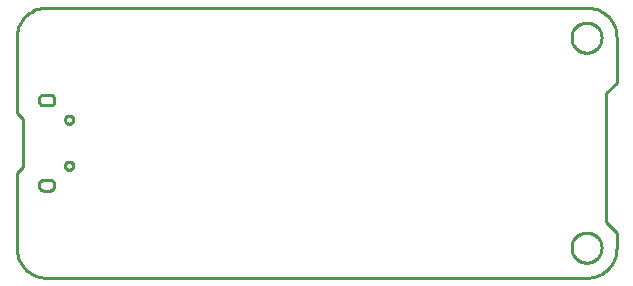
<source format=gbr>
G04 EAGLE Gerber RS-274X export*
G75*
%MOMM*%
%FSLAX34Y34*%
%LPD*%
%IN*%
%IPPOS*%
%AMOC8*
5,1,8,0,0,1.08239X$1,22.5*%
G01*
%ADD10C,0.254000*%


D10*
X0Y25400D02*
X97Y23186D01*
X386Y20989D01*
X865Y18826D01*
X1532Y16713D01*
X2380Y14666D01*
X3403Y12700D01*
X4594Y10831D01*
X5942Y9073D01*
X7440Y7440D01*
X9073Y5942D01*
X10831Y4594D01*
X12700Y3403D01*
X14666Y2380D01*
X16713Y1532D01*
X18826Y865D01*
X20989Y386D01*
X23186Y97D01*
X25400Y0D01*
X482600Y0D01*
X484814Y97D01*
X487011Y386D01*
X489174Y865D01*
X491287Y1532D01*
X493335Y2380D01*
X495300Y3403D01*
X497169Y4594D01*
X498927Y5942D01*
X500561Y7440D01*
X502058Y9073D01*
X503406Y10831D01*
X504597Y12700D01*
X505620Y14666D01*
X506468Y16713D01*
X507135Y18826D01*
X507614Y20989D01*
X507903Y23186D01*
X508000Y25400D01*
X508000Y38100D01*
X499110Y46990D01*
X499110Y156210D01*
X508000Y165100D01*
X508000Y203200D01*
X507903Y205414D01*
X507614Y207611D01*
X507135Y209774D01*
X506468Y211887D01*
X505620Y213935D01*
X504597Y215900D01*
X503406Y217769D01*
X502058Y219527D01*
X500561Y221161D01*
X498927Y222658D01*
X497169Y224006D01*
X495300Y225197D01*
X493335Y226220D01*
X491287Y227068D01*
X489174Y227735D01*
X487011Y228214D01*
X484814Y228503D01*
X482600Y228600D01*
X25400Y228600D01*
X23186Y228503D01*
X20989Y228214D01*
X18826Y227735D01*
X16713Y227068D01*
X14666Y226220D01*
X12700Y225197D01*
X10831Y224006D01*
X9073Y222658D01*
X7440Y221161D01*
X5942Y219527D01*
X4594Y217769D01*
X3403Y215900D01*
X2380Y213935D01*
X1532Y211887D01*
X865Y209774D01*
X386Y207611D01*
X97Y205414D01*
X0Y203200D01*
X0Y139700D01*
X5080Y134620D01*
X5080Y93980D01*
X0Y88900D01*
X0Y25400D01*
X18950Y78300D02*
X18922Y77949D01*
X18924Y77598D01*
X18957Y77248D01*
X19020Y76902D01*
X19113Y76563D01*
X19236Y76233D01*
X19387Y75915D01*
X19564Y75612D01*
X19768Y75325D01*
X19996Y75057D01*
X20246Y74810D01*
X20517Y74586D01*
X20806Y74386D01*
X21112Y74212D01*
X21432Y74066D01*
X21763Y73948D01*
X22103Y73859D01*
X22450Y73800D01*
X28450Y73800D01*
X28797Y73859D01*
X29137Y73948D01*
X29468Y74066D01*
X29788Y74212D01*
X30094Y74386D01*
X30383Y74586D01*
X30654Y74810D01*
X30904Y75057D01*
X31132Y75325D01*
X31336Y75612D01*
X31513Y75915D01*
X31664Y76233D01*
X31787Y76563D01*
X31880Y76902D01*
X31943Y77248D01*
X31976Y77598D01*
X31978Y77949D01*
X31950Y78300D01*
X31978Y78651D01*
X31976Y79002D01*
X31943Y79352D01*
X31880Y79698D01*
X31787Y80037D01*
X31664Y80367D01*
X31513Y80685D01*
X31336Y80988D01*
X31132Y81275D01*
X30904Y81543D01*
X30654Y81790D01*
X30383Y82014D01*
X30094Y82214D01*
X29788Y82388D01*
X29468Y82534D01*
X29137Y82652D01*
X28797Y82741D01*
X28450Y82800D01*
X22450Y82800D01*
X22103Y82741D01*
X21763Y82652D01*
X21432Y82534D01*
X21112Y82388D01*
X20806Y82214D01*
X20517Y82014D01*
X20246Y81790D01*
X19996Y81543D01*
X19768Y81275D01*
X19564Y80988D01*
X19387Y80685D01*
X19236Y80367D01*
X19113Y80037D01*
X19020Y79698D01*
X18957Y79352D01*
X18924Y79002D01*
X18922Y78651D01*
X18950Y78300D01*
X18950Y149300D02*
X18986Y148974D01*
X19050Y148653D01*
X19142Y148338D01*
X19262Y148033D01*
X19407Y147739D01*
X19577Y147459D01*
X19772Y147194D01*
X19988Y146948D01*
X20225Y146722D01*
X20481Y146517D01*
X20754Y146335D01*
X21042Y146177D01*
X21342Y146046D01*
X21652Y145941D01*
X21971Y145863D01*
X22295Y145814D01*
X22622Y145792D01*
X22950Y145800D01*
X28450Y145800D01*
X28755Y145813D01*
X29058Y145853D01*
X29356Y145919D01*
X29647Y146011D01*
X29929Y146128D01*
X30200Y146269D01*
X30458Y146433D01*
X30700Y146619D01*
X30925Y146825D01*
X31131Y147050D01*
X31317Y147292D01*
X31481Y147550D01*
X31622Y147821D01*
X31739Y148103D01*
X31831Y148394D01*
X31897Y148692D01*
X31937Y148995D01*
X31950Y149300D01*
X31950Y151300D01*
X31937Y151605D01*
X31897Y151908D01*
X31831Y152206D01*
X31739Y152497D01*
X31622Y152779D01*
X31481Y153050D01*
X31317Y153308D01*
X31131Y153550D01*
X30925Y153775D01*
X30700Y153981D01*
X30458Y154167D01*
X30200Y154331D01*
X29929Y154472D01*
X29647Y154589D01*
X29356Y154681D01*
X29058Y154747D01*
X28755Y154787D01*
X28450Y154800D01*
X22950Y154800D01*
X22622Y154808D01*
X22295Y154786D01*
X21971Y154737D01*
X21652Y154659D01*
X21342Y154554D01*
X21042Y154423D01*
X20754Y154265D01*
X20481Y154083D01*
X20225Y153878D01*
X19988Y153652D01*
X19772Y153406D01*
X19577Y153142D01*
X19407Y152861D01*
X19262Y152568D01*
X19142Y152262D01*
X19050Y151947D01*
X18986Y151626D01*
X18950Y151300D01*
X18950Y149300D01*
X495300Y202701D02*
X495222Y201706D01*
X495066Y200720D01*
X494833Y199750D01*
X494524Y198801D01*
X494142Y197879D01*
X493689Y196990D01*
X493168Y196139D01*
X492581Y195331D01*
X491933Y194573D01*
X491227Y193867D01*
X490469Y193219D01*
X489661Y192632D01*
X488810Y192111D01*
X487921Y191658D01*
X486999Y191276D01*
X486050Y190967D01*
X485080Y190734D01*
X484094Y190578D01*
X483099Y190500D01*
X482101Y190500D01*
X481106Y190578D01*
X480120Y190734D01*
X479150Y190967D01*
X478201Y191276D01*
X477279Y191658D01*
X476390Y192111D01*
X475539Y192632D01*
X474731Y193219D01*
X473973Y193867D01*
X473267Y194573D01*
X472619Y195331D01*
X472032Y196139D01*
X471511Y196990D01*
X471058Y197879D01*
X470676Y198801D01*
X470367Y199750D01*
X470134Y200720D01*
X469978Y201706D01*
X469900Y202701D01*
X469900Y203699D01*
X469978Y204694D01*
X470134Y205680D01*
X470367Y206650D01*
X470676Y207599D01*
X471058Y208521D01*
X471511Y209410D01*
X472032Y210261D01*
X472619Y211069D01*
X473267Y211827D01*
X473973Y212533D01*
X474731Y213181D01*
X475539Y213768D01*
X476390Y214289D01*
X477279Y214742D01*
X478201Y215124D01*
X479150Y215433D01*
X480120Y215666D01*
X481106Y215822D01*
X482101Y215900D01*
X483099Y215900D01*
X484094Y215822D01*
X485080Y215666D01*
X486050Y215433D01*
X486999Y215124D01*
X487921Y214742D01*
X488810Y214289D01*
X489661Y213768D01*
X490469Y213181D01*
X491227Y212533D01*
X491933Y211827D01*
X492581Y211069D01*
X493168Y210261D01*
X493689Y209410D01*
X494142Y208521D01*
X494524Y207599D01*
X494833Y206650D01*
X495066Y205680D01*
X495222Y204694D01*
X495300Y203699D01*
X495300Y202701D01*
X495300Y24901D02*
X495222Y23906D01*
X495066Y22920D01*
X494833Y21950D01*
X494524Y21001D01*
X494142Y20079D01*
X493689Y19190D01*
X493168Y18339D01*
X492581Y17531D01*
X491933Y16773D01*
X491227Y16067D01*
X490469Y15419D01*
X489661Y14832D01*
X488810Y14311D01*
X487921Y13858D01*
X486999Y13476D01*
X486050Y13167D01*
X485080Y12934D01*
X484094Y12778D01*
X483099Y12700D01*
X482101Y12700D01*
X481106Y12778D01*
X480120Y12934D01*
X479150Y13167D01*
X478201Y13476D01*
X477279Y13858D01*
X476390Y14311D01*
X475539Y14832D01*
X474731Y15419D01*
X473973Y16067D01*
X473267Y16773D01*
X472619Y17531D01*
X472032Y18339D01*
X471511Y19190D01*
X471058Y20079D01*
X470676Y21001D01*
X470367Y21950D01*
X470134Y22920D01*
X469978Y23906D01*
X469900Y24901D01*
X469900Y25899D01*
X469978Y26894D01*
X470134Y27880D01*
X470367Y28850D01*
X470676Y29799D01*
X471058Y30721D01*
X471511Y31610D01*
X472032Y32461D01*
X472619Y33269D01*
X473267Y34027D01*
X473973Y34733D01*
X474731Y35381D01*
X475539Y35968D01*
X476390Y36489D01*
X477279Y36942D01*
X478201Y37324D01*
X479150Y37633D01*
X480120Y37866D01*
X481106Y38022D01*
X482101Y38100D01*
X483099Y38100D01*
X484094Y38022D01*
X485080Y37866D01*
X486050Y37633D01*
X486999Y37324D01*
X487921Y36942D01*
X488810Y36489D01*
X489661Y35968D01*
X490469Y35381D01*
X491227Y34733D01*
X491933Y34027D01*
X492581Y33269D01*
X493168Y32461D01*
X493689Y31610D01*
X494142Y30721D01*
X494524Y29799D01*
X494833Y28850D01*
X495066Y27880D01*
X495222Y26894D01*
X495300Y25899D01*
X495300Y24901D01*
X44221Y130300D02*
X43766Y130360D01*
X43323Y130479D01*
X42899Y130654D01*
X42501Y130884D01*
X42137Y131163D01*
X41813Y131487D01*
X41534Y131851D01*
X41304Y132249D01*
X41129Y132673D01*
X41010Y133116D01*
X40950Y133571D01*
X40950Y134029D01*
X41010Y134484D01*
X41129Y134927D01*
X41304Y135351D01*
X41534Y135749D01*
X41813Y136113D01*
X42137Y136437D01*
X42501Y136716D01*
X42899Y136946D01*
X43323Y137121D01*
X43766Y137240D01*
X44221Y137300D01*
X44679Y137300D01*
X45134Y137240D01*
X45577Y137121D01*
X46001Y136946D01*
X46399Y136716D01*
X46763Y136437D01*
X47087Y136113D01*
X47366Y135749D01*
X47596Y135351D01*
X47771Y134927D01*
X47890Y134484D01*
X47950Y134029D01*
X47950Y133571D01*
X47890Y133116D01*
X47771Y132673D01*
X47596Y132249D01*
X47366Y131851D01*
X47087Y131487D01*
X46763Y131163D01*
X46399Y130884D01*
X46001Y130654D01*
X45577Y130479D01*
X45134Y130360D01*
X44679Y130300D01*
X44221Y130300D01*
X44221Y91300D02*
X43766Y91360D01*
X43323Y91479D01*
X42899Y91654D01*
X42501Y91884D01*
X42137Y92163D01*
X41813Y92487D01*
X41534Y92851D01*
X41304Y93249D01*
X41129Y93673D01*
X41010Y94116D01*
X40950Y94571D01*
X40950Y95029D01*
X41010Y95484D01*
X41129Y95927D01*
X41304Y96351D01*
X41534Y96749D01*
X41813Y97113D01*
X42137Y97437D01*
X42501Y97716D01*
X42899Y97946D01*
X43323Y98121D01*
X43766Y98240D01*
X44221Y98300D01*
X44679Y98300D01*
X45134Y98240D01*
X45577Y98121D01*
X46001Y97946D01*
X46399Y97716D01*
X46763Y97437D01*
X47087Y97113D01*
X47366Y96749D01*
X47596Y96351D01*
X47771Y95927D01*
X47890Y95484D01*
X47950Y95029D01*
X47950Y94571D01*
X47890Y94116D01*
X47771Y93673D01*
X47596Y93249D01*
X47366Y92851D01*
X47087Y92487D01*
X46763Y92163D01*
X46399Y91884D01*
X46001Y91654D01*
X45577Y91479D01*
X45134Y91360D01*
X44679Y91300D01*
X44221Y91300D01*
M02*

</source>
